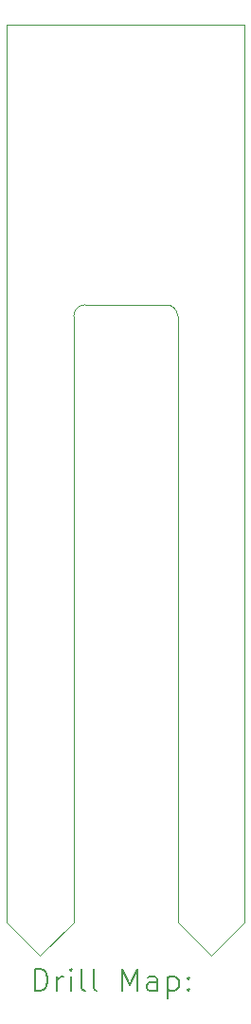
<source format=gbr>
%TF.GenerationSoftware,KiCad,Pcbnew,(6.0.7)*%
%TF.CreationDate,2022-10-27T11:55:26+02:00*%
%TF.ProjectId,soilMoistureSensor,736f696c-4d6f-4697-9374-75726553656e,rev?*%
%TF.SameCoordinates,Original*%
%TF.FileFunction,Drillmap*%
%TF.FilePolarity,Positive*%
%FSLAX45Y45*%
G04 Gerber Fmt 4.5, Leading zero omitted, Abs format (unit mm)*
G04 Created by KiCad (PCBNEW (6.0.7)) date 2022-10-27 11:55:26*
%MOMM*%
%LPD*%
G01*
G04 APERTURE LIST*
%ADD10C,0.100000*%
%ADD11C,0.200000*%
G04 APERTURE END LIST*
D10*
X22120000Y-11840000D02*
X22120000Y-6440000D01*
X23650000Y-3840000D02*
X23650000Y-11840000D01*
X23650000Y-3840000D02*
X21520000Y-3840000D01*
X21520000Y-3840000D02*
X21520000Y-11840000D01*
X23350000Y-12140000D02*
X23050000Y-11840000D01*
X22950000Y-6340000D02*
X22220000Y-6340000D01*
X21820000Y-12140000D02*
X22120000Y-11840000D01*
X23650000Y-11840000D02*
X23350000Y-12140000D01*
X21520000Y-11840000D02*
X21820000Y-12140000D01*
X23050000Y-6440000D02*
G75*
G03*
X22950000Y-6340000I-100000J0D01*
G01*
X22220000Y-6340000D02*
G75*
G03*
X22120000Y-6440000I0J-100000D01*
G01*
X23050000Y-11840000D02*
X23050000Y-6440000D01*
D11*
X21772619Y-12455476D02*
X21772619Y-12255476D01*
X21820238Y-12255476D01*
X21848810Y-12265000D01*
X21867857Y-12284048D01*
X21877381Y-12303095D01*
X21886905Y-12341190D01*
X21886905Y-12369762D01*
X21877381Y-12407857D01*
X21867857Y-12426905D01*
X21848810Y-12445952D01*
X21820238Y-12455476D01*
X21772619Y-12455476D01*
X21972619Y-12455476D02*
X21972619Y-12322143D01*
X21972619Y-12360238D02*
X21982143Y-12341190D01*
X21991667Y-12331667D01*
X22010714Y-12322143D01*
X22029762Y-12322143D01*
X22096429Y-12455476D02*
X22096429Y-12322143D01*
X22096429Y-12255476D02*
X22086905Y-12265000D01*
X22096429Y-12274524D01*
X22105952Y-12265000D01*
X22096429Y-12255476D01*
X22096429Y-12274524D01*
X22220238Y-12455476D02*
X22201190Y-12445952D01*
X22191667Y-12426905D01*
X22191667Y-12255476D01*
X22325000Y-12455476D02*
X22305952Y-12445952D01*
X22296429Y-12426905D01*
X22296429Y-12255476D01*
X22553571Y-12455476D02*
X22553571Y-12255476D01*
X22620238Y-12398333D01*
X22686905Y-12255476D01*
X22686905Y-12455476D01*
X22867857Y-12455476D02*
X22867857Y-12350714D01*
X22858333Y-12331667D01*
X22839286Y-12322143D01*
X22801190Y-12322143D01*
X22782143Y-12331667D01*
X22867857Y-12445952D02*
X22848809Y-12455476D01*
X22801190Y-12455476D01*
X22782143Y-12445952D01*
X22772619Y-12426905D01*
X22772619Y-12407857D01*
X22782143Y-12388809D01*
X22801190Y-12379286D01*
X22848809Y-12379286D01*
X22867857Y-12369762D01*
X22963095Y-12322143D02*
X22963095Y-12522143D01*
X22963095Y-12331667D02*
X22982143Y-12322143D01*
X23020238Y-12322143D01*
X23039286Y-12331667D01*
X23048809Y-12341190D01*
X23058333Y-12360238D01*
X23058333Y-12417381D01*
X23048809Y-12436428D01*
X23039286Y-12445952D01*
X23020238Y-12455476D01*
X22982143Y-12455476D01*
X22963095Y-12445952D01*
X23144048Y-12436428D02*
X23153571Y-12445952D01*
X23144048Y-12455476D01*
X23134524Y-12445952D01*
X23144048Y-12436428D01*
X23144048Y-12455476D01*
X23144048Y-12331667D02*
X23153571Y-12341190D01*
X23144048Y-12350714D01*
X23134524Y-12341190D01*
X23144048Y-12331667D01*
X23144048Y-12350714D01*
M02*

</source>
